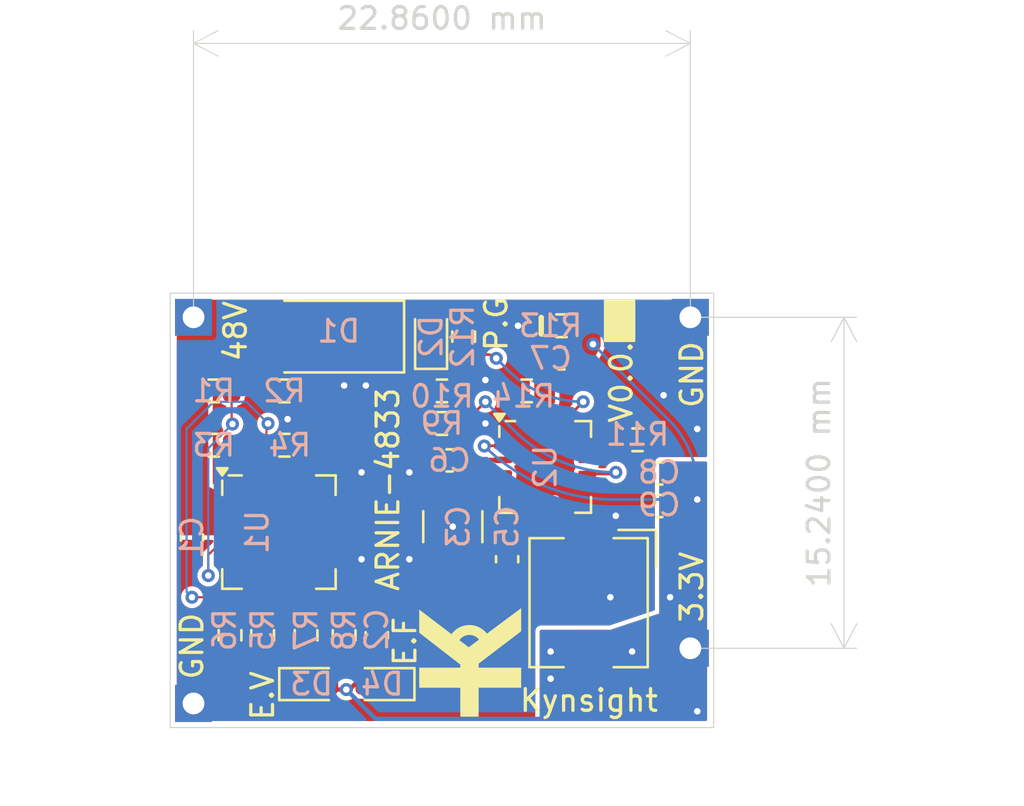
<source format=kicad_pcb>
(kicad_pcb
	(version 20240108)
	(generator "pcbnew")
	(generator_version "8.0")
	(general
		(thickness 1.6)
		(legacy_teardrops no)
	)
	(paper "A4")
	(layers
		(0 "F.Cu" signal)
		(31 "B.Cu" signal)
		(32 "B.Adhes" user "B.Adhesive")
		(33 "F.Adhes" user "F.Adhesive")
		(34 "B.Paste" user)
		(35 "F.Paste" user)
		(36 "B.SilkS" user "B.Silkscreen")
		(37 "F.SilkS" user "F.Silkscreen")
		(38 "B.Mask" user)
		(39 "F.Mask" user)
		(40 "Dwgs.User" user "User.Drawings")
		(41 "Cmts.User" user "User.Comments")
		(42 "Eco1.User" user "User.Eco1")
		(43 "Eco2.User" user "User.Eco2")
		(44 "Edge.Cuts" user)
		(45 "Margin" user)
		(46 "B.CrtYd" user "B.Courtyard")
		(47 "F.CrtYd" user "F.Courtyard")
		(48 "B.Fab" user)
		(49 "F.Fab" user)
		(50 "User.1" user)
		(51 "User.2" user)
		(52 "User.3" user)
		(53 "User.4" user)
		(54 "User.5" user)
		(55 "User.6" user)
		(56 "User.7" user)
		(57 "User.8" user)
		(58 "User.9" user)
	)
	(setup
		(stackup
			(layer "F.SilkS"
				(type "Top Silk Screen")
			)
			(layer "F.Paste"
				(type "Top Solder Paste")
			)
			(layer "F.Mask"
				(type "Top Solder Mask")
				(thickness 0.01)
			)
			(layer "F.Cu"
				(type "copper")
				(thickness 0.035)
			)
			(layer "dielectric 1"
				(type "core")
				(thickness 1.51)
				(material "FR4")
				(epsilon_r 4.5)
				(loss_tangent 0.02)
			)
			(layer "B.Cu"
				(type "copper")
				(thickness 0.035)
			)
			(layer "B.Mask"
				(type "Bottom Solder Mask")
				(thickness 0.01)
			)
			(layer "B.Paste"
				(type "Bottom Solder Paste")
			)
			(layer "B.SilkS"
				(type "Bottom Silk Screen")
			)
			(copper_finish "None")
			(dielectric_constraints no)
		)
		(pad_to_mask_clearance 0)
		(allow_soldermask_bridges_in_footprints no)
		(aux_axis_origin 75 125)
		(grid_origin 75 125)
		(pcbplotparams
			(layerselection 0x00010fc_ffffffff)
			(plot_on_all_layers_selection 0x0000000_00000000)
			(disableapertmacros no)
			(usegerberextensions yes)
			(usegerberattributes yes)
			(usegerberadvancedattributes yes)
			(creategerberjobfile no)
			(dashed_line_dash_ratio 12.000000)
			(dashed_line_gap_ratio 3.000000)
			(svgprecision 4)
			(plotframeref no)
			(viasonmask no)
			(mode 1)
			(useauxorigin no)
			(hpglpennumber 1)
			(hpglpenspeed 20)
			(hpglpendiameter 15.000000)
			(pdf_front_fp_property_popups yes)
			(pdf_back_fp_property_popups yes)
			(dxfpolygonmode yes)
			(dxfimperialunits yes)
			(dxfusepcbnewfont yes)
			(psnegative no)
			(psa4output no)
			(plotreference yes)
			(plotvalue yes)
			(plotfptext yes)
			(plotinvisibletext no)
			(sketchpadsonfab no)
			(subtractmaskfromsilk yes)
			(outputformat 1)
			(mirror no)
			(drillshape 0)
			(scaleselection 1)
			(outputdirectory "../01_output/02_gerber/")
		)
	)
	(net 0 "")
	(net 1 "GND")
	(net 2 "Vin")
	(net 3 "/ID_TSTART")
	(net 4 "VIN")
	(net 5 "unconnected-(U2-SS{slash}TR-Pad14)")
	(net 6 "/DCDC_SW")
	(net 7 "/DCDC_BST")
	(net 8 "/DCDC_VCC")
	(net 9 "Vout")
	(net 10 "/DCDC_FB")
	(net 11 "Net-(D2-A)")
	(net 12 "/ID_UVLO")
	(net 13 "/ID_OVLO")
	(net 14 "/ID_SETI")
	(net 15 "/ID_CLMODE")
	(net 16 "/ID_UVOV")
	(net 17 "/~{ID_FLAG}")
	(net 18 "/DCDC_UVLO")
	(net 19 "/DCDC_FS")
	(net 20 "Net-(U2-PG)")
	(net 21 "unconnected-(U1-N.C-Pad20)")
	(net 22 "unconnected-(U1-N.C-Pad19)")
	(net 23 "unconnected-(U1-EN-Pad9)")
	(net 24 "unconnected-(U1-N.C-Pad16)")
	(net 25 "unconnected-(U1-N.C-Pad18)")
	(net 26 "unconnected-(U1-N.C-Pad17)")
	(net 27 "unconnected-(U2-MSYNC-Pad12)")
	(net 28 "Net-(D3-K)")
	(net 29 "Net-(D4-K)")
	(footprint "ked_symbols:kynsight_logo_5x5mm" (layer "F.Cu") (at 88.8 122 90))
	(footprint "Fiducial:Fiducial_0.5mm_Mask1mm" (layer "F.Cu") (at 97.25 106.25))
	(footprint "Capacitor_SMD:C_0603_1608Metric" (layer "F.Cu") (at 93 108 180))
	(footprint "Resistor_SMD:R_0603_1608Metric" (layer "F.Cu") (at 88.5 107 90))
	(footprint "Fiducial:Fiducial_0.5mm_Mask1mm" (layer "F.Cu") (at 78 123.75))
	(footprint "LED_SMD:LED_0603_1608Metric" (layer "F.Cu") (at 84.75 123 180))
	(footprint "Resistor_SMD:R_0603_1608Metric" (layer "F.Cu") (at 96.5 111.75))
	(footprint "Capacitor_SMD:C_0603_1608Metric" (layer "F.Cu") (at 97.5 113.3 180))
	(footprint "Resistor_SMD:R_0603_1608Metric" (layer "F.Cu") (at 87.5 111 180))
	(footprint "Package_DFN_QFN:TQFN-20-1EP_5x5mm_P0.65mm_EP3.25x3.25mm" (layer "F.Cu") (at 80 116))
	(footprint "Package_DFN_QFN:UQFN-16-1EP_4x4mm_P0.65mm_EP2.6x2.6mm" (layer "F.Cu") (at 92.25 113))
	(footprint "Resistor_SMD:R_0603_1608Metric" (layer "F.Cu") (at 91.4 109.5 180))
	(footprint "Inductor_SMD:L_Bourns_SRP5030T" (layer "F.Cu") (at 94.25 119.25 -90))
	(footprint "Resistor_SMD:R_0603_1608Metric" (layer "F.Cu") (at 83 120.75 90))
	(footprint "Resistor_SMD:R_0603_1608Metric" (layer "F.Cu") (at 93 106.5 180))
	(footprint "Resistor_SMD:R_0603_1608Metric" (layer "F.Cu") (at 77.75 120.75 -90))
	(footprint "Resistor_SMD:R_0603_1608Metric" (layer "F.Cu") (at 87.5 109.5))
	(footprint "Capacitor_SMD:C_0603_1608Metric" (layer "F.Cu") (at 87.85 112.7 180))
	(footprint "LED_SMD:LED_0603_1608Metric" (layer "F.Cu") (at 87 107 90))
	(footprint "Capacitor_SMD:C_0603_1608Metric" (layer "F.Cu") (at 84.5 120.75 -90))
	(footprint "Resistor_SMD:R_0603_1608Metric" (layer "F.Cu") (at 77 109.5))
	(footprint "Resistor_SMD:R_0603_1608Metric" (layer "F.Cu") (at 77 112))
	(footprint "Resistor_SMD:R_0603_1608Metric" (layer "F.Cu") (at 81.25 120.75 90))
	(footprint "Fiducial:Fiducial_0.5mm_Mask1mm" (layer "F.Cu") (at 98.25 123.75))
	(footprint "Resistor_SMD:R_0603_1608Metric" (layer "F.Cu") (at 80.25 109.5))
	(footprint "Diode_SMD:D_SMA" (layer "F.Cu") (at 82.25 107 180))
	(footprint "Resistor_SMD:R_0603_1608Metric" (layer "F.Cu") (at 79.25 120.75 -90))
	(footprint "Capacitor_SMD:C_0603_1608Metric" (layer "F.Cu") (at 97.5 114.8 180))
	(footprint "Capacitor_SMD:C_0603_1608Metric" (layer "F.Cu") (at 90.5 117.25 -90))
	(footprint "Resistor_SMD:R_0603_1608Metric" (layer "F.Cu") (at 80.25 112))
	(footprint "LED_SMD:LED_0603_1608Metric" (layer "F.Cu") (at 81.5 123))
	(footprint "Capacitor_SMD:C_1210_3225Metric" (layer "F.Cu") (at 88 115.75 -90))
	(footprint "Capacitor_SMD:C_0603_1608Metric" (layer "F.Cu") (at 76 116.25 -90))
	(footprint "Connector_PinHeader_2.54mm:PinHeader_1x01_P2.54mm_Vertical" (layer "B.Cu") (at 98.93 106.11 180))
	(footprint "Connector_PinHeader_2.54mm:PinHeader_1x01_P2.54mm_Vertical" (layer "B.Cu") (at 76.07 123.89 180))
	(footprint "Connector_PinHeader_2.54mm:PinHeader_1x01_P2.54mm_Vertical"
		(layer "B.Cu")
		(uuid "5696af0c-113c-44b1-96be-01b0d6a0f035")
		(at 76.07 106.11 180)
		(descr "Through hole straight pin header, 1x01, 2.54mm pitch, single row")
		(tags "Through hole pin header THT 1x01 2.54mm single row")
		(property "Reference" "J1"
			(at 0 2.33 0)
			(layer "B.SilkS")
			(hide yes)
			(uuid "266138a8-91f1-4d5d-9e30-643c7364d8d7")
			(effects
				(font
					(size 1 1)
					(thickness 0.15)
				)
				(justify mirror)
			)
		)
		(property "Value" "Conn_01x01_Pin"
			(at 0 -2.33 0)
			(layer "B.Fab")
			(uuid "f83d13d0-c59e-4020-a883-75a780f3774c")
			(effects
				(font
					(size 1 1)
					(thickness 0.15)
				)
				(justify mirror)
			)
		)
		(property "Footprint" "Connector_PinHeader_2.54mm:PinHeader_1x01_P2.54mm_Vertical"
			(at 0 0 0)
			(unlocked yes)
			(layer "B.Fab")
			(hide yes)
			(uuid "0489bf6c-2fcb-4472-9fed-5d07aea82c0b")
			(effects
				(font
					(size 1.27 1.27)
					(thickness 0.15)
				)
				(justify mirror)
			)
		)
		(property "Datasheet" ""
			(at 0 0 0)
			(unlocked yes)
			(layer "B.Fab")
			(hide yes)
			(uuid "fd0bc5db-671e-4abc-8255-0dd8e75dc35f")
			(effects
				(font
					(size 1.27 1.27)
					(thickness 0.15)
				)
				(justify mirror)
			)
		)
		(property "Description" "Generic connector, single row, 01x01, script generated"
			(at 0 0 0)
			(unlocked yes)
			(layer "B.Fab")
			(hide yes)
			(uuid "b3d14d97-c911-4549-abfe-4c301694a1ab")
			(effects
				(font
					(size 1.27 1.27)
					(thickness 0.15)
				)
				(justify mirror)
			)
		)
		(property ki_fp_filters "Connector*:*_1x??_*")
		(path "/f98bd2c9-8ccf-4bde-afba-dcfb4140434d")
		(sheetname "Root")
		(sheetfile "arnie48.kicad_sch")
		(attr through_hole)
		(fp_line
			(start 1.8 1.8)
			(end 1.8 -1.8)
			(stroke
				(width 0.05)
				(type solid)
			)
			(layer "B.CrtYd")
			(uuid "31257779-76e5-4a74-964f-28e7c220fb02")
		)
		(fp_line
			(start 1.8 -1.8)
			(end -1.8 -1.8)
			(stroke
				(width 0.05)
				(type solid)
			)
			(layer "B.CrtYd")
			(uuid "3a291a80-aa39-4e50-a8bb-b2d94e7f7d23")
		)
		(fp_line
			(start -1.8 1.8)
			(end 1.8 1.8)
			(stroke
				(width 0.05)
				(type solid)
			)
			(layer "B.CrtYd")
			(uuid "724e6f22-8e92-471e-8929-ef021c8088c8")
		)
		(fp_line
			(start -1.8 -1.8)
			(end -1.8 1.8)
			(stroke
				(width 0.05)
				(type solid)
			)
			(layer "B.CrtYd")
			(uuid "4cee4fa1-f552-4229-a754-132e1a19cd5c")
		)
		(fp_line
			(start 1.27 1.27)
			(end -0.635 1.27)
			
... [123021 chars truncated]
</source>
